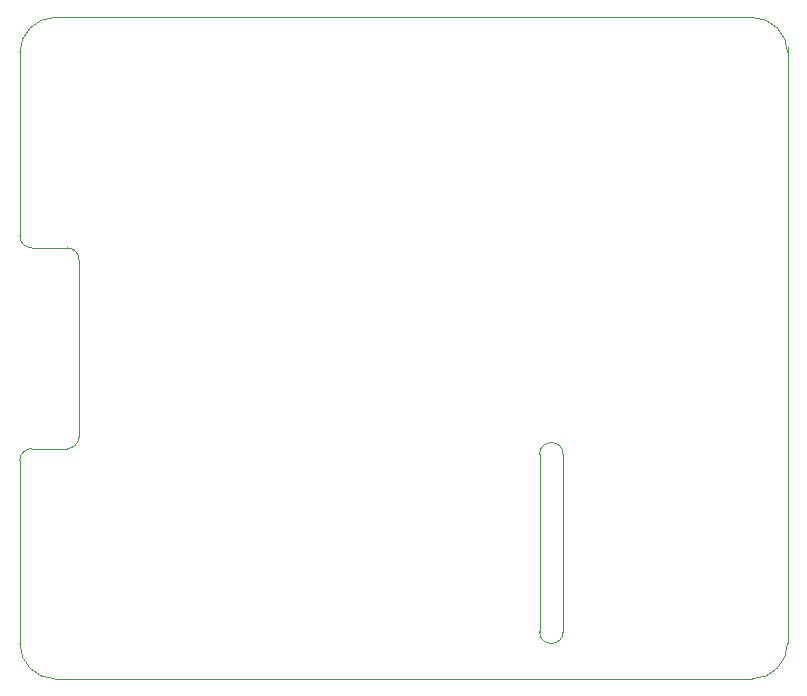
<source format=gm1>
G04 #@! TF.FileFunction,Profile,NP*
%FSLAX46Y46*%
G04 Gerber Fmt 4.6, Leading zero omitted, Abs format (unit mm)*
G04 Created by KiCad (PCBNEW 0.201509131501+6189~30~ubuntu14.04.1-product) date Sam 03 Okt 2015 13:55:26 CEST*
%MOMM*%
G01*
G04 APERTURE LIST*
%ADD10C,0.200000*%
%ADD11C,0.100000*%
G04 APERTURE END LIST*
D10*
D11*
X103500000Y-38000000D02*
G75*
G03X100500000Y-35000000I-3000000J0D01*
G01*
X41500000Y-35000000D02*
X100500000Y-35000000D01*
X41500000Y-35000000D02*
G75*
G03X38500000Y-38000000I0J-3000000D01*
G01*
X84500000Y-87000000D02*
G75*
G02X82500000Y-87000000I-1000000J0D01*
G01*
X84500000Y-72000000D02*
G75*
G03X82500000Y-72000000I-1000000J0D01*
G01*
X84500000Y-72000000D02*
X84500000Y-87000000D01*
X82500000Y-72000000D02*
X82500000Y-87000000D01*
X39500000Y-71500000D02*
G75*
G03X38500000Y-72500000I0J-1000000D01*
G01*
X42500000Y-71500000D02*
G75*
G03X43500000Y-70500000I0J1000000D01*
G01*
X43500000Y-55500000D02*
G75*
G03X42500000Y-54500000I-1000000J0D01*
G01*
X38500000Y-53500000D02*
G75*
G03X39500000Y-54500000I1000000J0D01*
G01*
X100500000Y-91000000D02*
G75*
G03X103500000Y-88000000I0J3000000D01*
G01*
X38500000Y-88000000D02*
G75*
G03X41500000Y-91000000I3000000J0D01*
G01*
X38500000Y-72500000D02*
X38500000Y-88000000D01*
X38500000Y-37500000D02*
X38500000Y-53500000D01*
X39500000Y-71500000D02*
X42500000Y-71500000D01*
X39500000Y-54500000D02*
X42500000Y-54500000D01*
X43500000Y-55500000D02*
X43500000Y-70500000D01*
X41500000Y-91000000D02*
X100500000Y-91000000D01*
X103500000Y-37500000D02*
X103500000Y-88000000D01*
M02*

</source>
